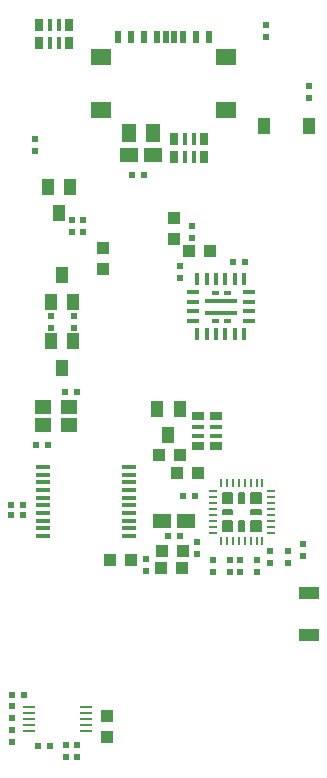
<source format=gbr>
G04 #@! TF.GenerationSoftware,KiCad,Pcbnew,6.0.0-rc1-unknown-0cca1c6~65~ubuntu16.04.1*
G04 #@! TF.CreationDate,2018-08-03T14:11:54+03:00*
G04 #@! TF.ProjectId,ESP32-PoE_Rev_B,45535033322D506F455F5265765F422E,B*
G04 #@! TF.SameCoordinates,Original*
G04 #@! TF.FileFunction,Paste,Bot*
G04 #@! TF.FilePolarity,Positive*
%FSLAX46Y46*%
G04 Gerber Fmt 4.6, Leading zero omitted, Abs format (unit mm)*
G04 Created by KiCad (PCBNEW 6.0.0-rc1-unknown-0cca1c6~65~ubuntu16.04.1) date Fri Aug  3 14:11:54 2018*
%MOMM*%
%LPD*%
G01*
G04 APERTURE LIST*
%ADD10C,0.100000*%
%ADD11C,0.200000*%
%ADD12R,0.635000X1.016000*%
%ADD13R,0.381000X1.016000*%
%ADD14R,1.000000X1.400000*%
%ADD15R,1.016000X1.016000*%
%ADD16R,0.550000X0.500000*%
%ADD17R,1.000000X0.400000*%
%ADD18R,0.400000X1.000000*%
%ADD19R,0.230000X0.780000*%
%ADD20R,0.780000X0.230000*%
%ADD21R,0.500000X0.550000*%
%ADD22R,0.980000X0.230000*%
%ADD23R,1.524000X1.270000*%
%ADD24R,1.016000X0.381000*%
%ADD25R,1.016000X0.635000*%
%ADD26R,0.500000X1.000000*%
%ADD27R,1.754000X1.454000*%
%ADD28R,1.778000X1.016000*%
%ADD29R,1.270000X0.325000*%
%ADD30R,1.400000X1.200000*%
%ADD31R,1.270000X1.524000*%
G04 APERTURE END LIST*
D10*
G04 #@! TO.C,U8*
G36*
X109216000Y-130395000D02*
X109716000Y-130395000D01*
X109716000Y-130145000D01*
X109216000Y-130145000D01*
X109216000Y-130395000D01*
G37*
X109216000Y-130395000D02*
X109716000Y-130395000D01*
X109716000Y-130145000D01*
X109216000Y-130145000D01*
X109216000Y-130395000D01*
G36*
X108216000Y-130395000D02*
X108716000Y-130395000D01*
X108716000Y-130145000D01*
X108216000Y-130145000D01*
X108216000Y-130395000D01*
G37*
X108216000Y-130395000D02*
X108716000Y-130395000D01*
X108716000Y-130145000D01*
X108216000Y-130145000D01*
X108216000Y-130395000D01*
G36*
X108216000Y-132745000D02*
X108716000Y-132745000D01*
X108716000Y-132495000D01*
X108216000Y-132495000D01*
X108216000Y-132745000D01*
G37*
X108216000Y-132745000D02*
X108716000Y-132745000D01*
X108716000Y-132495000D01*
X108216000Y-132495000D01*
X108216000Y-132745000D01*
G36*
X107666000Y-130795000D02*
X107666000Y-131095000D01*
X110266000Y-131095000D01*
X110266000Y-130795000D01*
X107666000Y-130795000D01*
G37*
X107666000Y-130795000D02*
X107666000Y-131095000D01*
X110266000Y-131095000D01*
X110266000Y-130795000D01*
X107666000Y-130795000D01*
G36*
X109216000Y-132745000D02*
X109716000Y-132745000D01*
X109716000Y-132495000D01*
X109216000Y-132495000D01*
X109216000Y-132745000D01*
G37*
X109216000Y-132745000D02*
X109716000Y-132745000D01*
X109716000Y-132495000D01*
X109216000Y-132495000D01*
X109216000Y-132745000D01*
G36*
X107666000Y-131795000D02*
X107666000Y-132095000D01*
X110266000Y-132095000D01*
X110266000Y-131795000D01*
X107666000Y-131795000D01*
G37*
X107666000Y-131795000D02*
X107666000Y-132095000D01*
X110266000Y-132095000D01*
X110266000Y-131795000D01*
X107666000Y-131795000D01*
D11*
G04 #@! TO.C,U4*
X112344000Y-149644000D02*
X112344000Y-150444000D01*
X111544000Y-149644000D02*
X112344000Y-149644000D01*
X111544000Y-150444000D02*
X111544000Y-149644000D01*
X112344000Y-150444000D02*
X111544000Y-150444000D01*
X112344000Y-150344000D02*
X111544000Y-150344000D01*
X112344000Y-150244000D02*
X111544000Y-150244000D01*
X112344000Y-150144000D02*
X111544000Y-150144000D01*
X112344000Y-150044000D02*
X111544000Y-150044000D01*
X112344000Y-149944000D02*
X111544000Y-149944000D01*
X112344000Y-149844000D02*
X111544000Y-149844000D01*
X112344000Y-149744000D02*
X111544000Y-149744000D01*
X109944000Y-149744000D02*
X109144000Y-149744000D01*
X109944000Y-149844000D02*
X109144000Y-149844000D01*
X109944000Y-149944000D02*
X109144000Y-149944000D01*
X109944000Y-150044000D02*
X109144000Y-150044000D01*
X109944000Y-150144000D02*
X109144000Y-150144000D01*
X109944000Y-150244000D02*
X109144000Y-150244000D01*
X109944000Y-150344000D02*
X109144000Y-150344000D01*
X109944000Y-150444000D02*
X109144000Y-150444000D01*
X109144000Y-150444000D02*
X109144000Y-149644000D01*
X109144000Y-149644000D02*
X109944000Y-149644000D01*
X109944000Y-149644000D02*
X109944000Y-150444000D01*
X112344000Y-147344000D02*
X111544000Y-147344000D01*
X112344000Y-147444000D02*
X111544000Y-147444000D01*
X112344000Y-147544000D02*
X111544000Y-147544000D01*
X112344000Y-147644000D02*
X111544000Y-147644000D01*
X112344000Y-147744000D02*
X111544000Y-147744000D01*
X112344000Y-147844000D02*
X111544000Y-147844000D01*
X112344000Y-147944000D02*
X111544000Y-147944000D01*
X112344000Y-148044000D02*
X111544000Y-148044000D01*
X111544000Y-148044000D02*
X111544000Y-147244000D01*
X111544000Y-147244000D02*
X112344000Y-147244000D01*
X112344000Y-147244000D02*
X112344000Y-148044000D01*
X109944000Y-147244000D02*
X109944000Y-148044000D01*
X109144000Y-147244000D02*
X109944000Y-147244000D01*
X109144000Y-148044000D02*
X109144000Y-147244000D01*
X109944000Y-148044000D02*
X109144000Y-148044000D01*
X109944000Y-147944000D02*
X109144000Y-147944000D01*
X109944000Y-147844000D02*
X109144000Y-147844000D01*
X109944000Y-147744000D02*
X109144000Y-147744000D01*
X109944000Y-147644000D02*
X109144000Y-147644000D01*
X109944000Y-147544000D02*
X109144000Y-147544000D01*
X109944000Y-147444000D02*
X109144000Y-147444000D01*
X109944000Y-147344000D02*
X109144000Y-147344000D01*
X110544000Y-150444000D02*
X110944000Y-150444000D01*
X110544000Y-149644000D02*
X110544000Y-150444000D01*
X110944000Y-149644000D02*
X110544000Y-149644000D01*
X110944000Y-150444000D02*
X110944000Y-149644000D01*
X110844000Y-150444000D02*
X110844000Y-149644000D01*
X110744000Y-150444000D02*
X110744000Y-149644000D01*
X110644000Y-150444000D02*
X110644000Y-149644000D01*
X110644000Y-148044000D02*
X110644000Y-147244000D01*
X110744000Y-148044000D02*
X110744000Y-147244000D01*
X110844000Y-148044000D02*
X110844000Y-147244000D01*
X110944000Y-148044000D02*
X110944000Y-147244000D01*
X110944000Y-147244000D02*
X110544000Y-147244000D01*
X110544000Y-147244000D02*
X110544000Y-148044000D01*
X110544000Y-148044000D02*
X110944000Y-148044000D01*
X112344000Y-148644000D02*
X112344000Y-149044000D01*
X111544000Y-148644000D02*
X112344000Y-148644000D01*
X111544000Y-149044000D02*
X111544000Y-148644000D01*
X112344000Y-149044000D02*
X111544000Y-149044000D01*
X112344000Y-148944000D02*
X111544000Y-148944000D01*
X111544000Y-148844000D02*
X112344000Y-148844000D01*
X112344000Y-148744000D02*
X111544000Y-148744000D01*
X109944000Y-148744000D02*
X109144000Y-148744000D01*
X109144000Y-148844000D02*
X109944000Y-148844000D01*
X109944000Y-148944000D02*
X109144000Y-148944000D01*
X109944000Y-149044000D02*
X109144000Y-149044000D01*
X109144000Y-149044000D02*
X109144000Y-148644000D01*
X109144000Y-148644000D02*
X109944000Y-148644000D01*
X109944000Y-148644000D02*
X109944000Y-149044000D01*
G04 #@! TD*
D12*
G04 #@! TO.C,RM3*
X105029000Y-118745000D03*
X105029000Y-117221000D03*
X107569000Y-118745000D03*
X107569000Y-117221000D03*
D13*
X105918000Y-118745000D03*
X106680000Y-118745000D03*
X105918000Y-117221000D03*
X106680000Y-117221000D03*
G04 #@! TD*
D14*
G04 #@! TO.C,T1*
X94300040Y-121320560D03*
X96202500Y-121320560D03*
X95247460Y-123530360D03*
G04 #@! TD*
D15*
G04 #@! TO.C,R38*
X108077000Y-126746000D03*
X106299000Y-126746000D03*
G04 #@! TD*
D16*
G04 #@! TO.C,R20*
X96520000Y-132207000D03*
X96520000Y-133223000D03*
G04 #@! TD*
G04 #@! TO.C,R21*
X94615000Y-133223000D03*
X94615000Y-132207000D03*
G04 #@! TD*
D17*
G04 #@! TO.C,U8*
X106616000Y-132645000D03*
X106616000Y-131845000D03*
X106616000Y-131045000D03*
X106616000Y-130245000D03*
D18*
X106966000Y-129095000D03*
X107766000Y-129095000D03*
X108566000Y-129095000D03*
X109366000Y-129095000D03*
X110166000Y-129095000D03*
X110966000Y-129095000D03*
D17*
X111316000Y-130245000D03*
X111316000Y-131045000D03*
X111316000Y-131845000D03*
X111316000Y-132645000D03*
D18*
X110966000Y-133795000D03*
X110166000Y-133795000D03*
X109366000Y-133795000D03*
X108566000Y-133795000D03*
X107766000Y-133795000D03*
X106966000Y-133795000D03*
G04 #@! TD*
D19*
G04 #@! TO.C,U4*
X108994000Y-151294000D03*
X109494000Y-151294000D03*
X109994000Y-151294000D03*
X110494000Y-151294000D03*
X110994000Y-151294000D03*
X111494000Y-151294000D03*
X111994000Y-151294000D03*
X112494000Y-151294000D03*
D20*
X113194000Y-150594000D03*
X113194000Y-150094000D03*
X113194000Y-149594000D03*
X113194000Y-149094000D03*
X113194000Y-148594000D03*
X113194000Y-148094000D03*
X113194000Y-147594000D03*
X113194000Y-147094000D03*
D19*
X112494000Y-146394000D03*
X111994000Y-146394000D03*
X111494000Y-146394000D03*
X110994000Y-146394000D03*
X110494000Y-146394000D03*
X109994000Y-146394000D03*
X109494000Y-146394000D03*
X108994000Y-146394000D03*
D20*
X108294000Y-147094000D03*
X108294000Y-147594000D03*
X108294000Y-148094000D03*
X108294000Y-148594000D03*
X108294000Y-149094000D03*
X108294000Y-149594000D03*
X108294000Y-150094000D03*
X108294000Y-150594000D03*
G04 #@! TD*
D16*
G04 #@! TO.C,R37*
X116459000Y-113792000D03*
X116459000Y-112776000D03*
G04 #@! TD*
D14*
G04 #@! TO.C,D4*
X116400000Y-116195000D03*
X112600000Y-116195000D03*
G04 #@! TD*
D21*
G04 #@! TO.C,C5*
X93345000Y-143129000D03*
X94361000Y-143129000D03*
G04 #@! TD*
D16*
G04 #@! TO.C,R16*
X91313000Y-165227000D03*
X91313000Y-166243000D03*
G04 #@! TD*
D22*
G04 #@! TO.C,U3*
X92723000Y-165370000D03*
X92723000Y-165870000D03*
X92723000Y-166370000D03*
X92723000Y-166870000D03*
X92723000Y-167370000D03*
X97523000Y-167370000D03*
X97523000Y-166870000D03*
X97523000Y-166370000D03*
X97523000Y-165870000D03*
X97523000Y-165370000D03*
G04 #@! TD*
D23*
G04 #@! TO.C,L1*
X104013000Y-149606000D03*
X106045000Y-149606000D03*
G04 #@! TD*
D14*
G04 #@! TO.C,Q2*
X96453960Y-131028440D03*
X94551500Y-131028440D03*
X95506540Y-128818640D03*
G04 #@! TD*
D13*
G04 #@! TO.C,RM2*
X95250000Y-107569000D03*
X94488000Y-107569000D03*
X95250000Y-109093000D03*
X94488000Y-109093000D03*
D12*
X96139000Y-107569000D03*
X96139000Y-109093000D03*
X93599000Y-107569000D03*
X93599000Y-109093000D03*
G04 #@! TD*
D24*
G04 #@! TO.C,RM1*
X107061000Y-141605000D03*
X107061000Y-142367000D03*
X108585000Y-141605000D03*
X108585000Y-142367000D03*
D25*
X107061000Y-140716000D03*
X108585000Y-140716000D03*
X107061000Y-143256000D03*
X108585000Y-143256000D03*
G04 #@! TD*
D15*
G04 #@! TO.C,C7*
X101346000Y-152908000D03*
X99568000Y-152908000D03*
G04 #@! TD*
G04 #@! TO.C,C9*
X103759000Y-144018000D03*
X105537000Y-144018000D03*
G04 #@! TD*
G04 #@! TO.C,C13*
X104013000Y-152146000D03*
X105791000Y-152146000D03*
G04 #@! TD*
G04 #@! TO.C,C17*
X105283000Y-145542000D03*
X107061000Y-145542000D03*
G04 #@! TD*
G04 #@! TO.C,C26*
X105029000Y-125730000D03*
X105029000Y-123952000D03*
G04 #@! TD*
D26*
G04 #@! TO.C,MICRO_SD1*
X100290000Y-108587000D03*
X101390000Y-108587000D03*
X102490000Y-108587000D03*
X103590000Y-108587000D03*
X104340000Y-108587000D03*
X105040000Y-108587000D03*
X105790000Y-108587000D03*
X106890000Y-108587000D03*
X107990000Y-108587000D03*
D27*
X109440000Y-110337000D03*
X98840000Y-110337000D03*
X109440000Y-114787000D03*
X98840000Y-114787000D03*
G04 #@! TD*
D28*
G04 #@! TO.C,C2*
X116459000Y-159258000D03*
X116459000Y-155702000D03*
G04 #@! TD*
D23*
G04 #@! TO.C,L5*
X101219000Y-118618000D03*
X103251000Y-118618000D03*
G04 #@! TD*
D14*
G04 #@! TO.C,Q3*
X94554040Y-134401560D03*
X96456500Y-134401560D03*
X95501460Y-136611360D03*
G04 #@! TD*
D15*
G04 #@! TO.C,R7*
X105664000Y-153543000D03*
X103886000Y-153543000D03*
G04 #@! TD*
D29*
G04 #@! TO.C,U1*
X93916500Y-150880000D03*
X93916500Y-150230000D03*
X93916500Y-149580000D03*
X93916500Y-148930000D03*
X93916500Y-148280000D03*
X93916500Y-147630000D03*
X93916500Y-146980000D03*
X93916500Y-146330000D03*
X93916500Y-145680000D03*
X93916500Y-145030000D03*
X101155500Y-145030000D03*
X101155500Y-145680000D03*
X101155500Y-146330000D03*
X101155500Y-146980000D03*
X101155500Y-147630000D03*
X101155500Y-148280000D03*
X101155500Y-148930000D03*
X101155500Y-149580000D03*
X101155500Y-150230000D03*
X101155500Y-150880000D03*
G04 #@! TD*
D15*
G04 #@! TO.C,C1*
X99314000Y-167894000D03*
X99314000Y-166116000D03*
G04 #@! TD*
D14*
G04 #@! TO.C,FET3*
X103571040Y-140116560D03*
X105473500Y-140116560D03*
X104518460Y-142326360D03*
G04 #@! TD*
D30*
G04 #@! TO.C,Q1*
X96096000Y-139916000D03*
X93896000Y-141516000D03*
X93896000Y-139916000D03*
X96096000Y-141516000D03*
G04 #@! TD*
D21*
G04 #@! TO.C,C4*
X95758000Y-138684000D03*
X96774000Y-138684000D03*
G04 #@! TD*
G04 #@! TO.C,R18*
X91186000Y-149098000D03*
X92202000Y-149098000D03*
G04 #@! TD*
G04 #@! TO.C,R19*
X92202000Y-148209000D03*
X91186000Y-148209000D03*
G04 #@! TD*
D16*
G04 #@! TO.C,R2*
X96393000Y-124079000D03*
X96393000Y-125095000D03*
G04 #@! TD*
G04 #@! TO.C,R5*
X96774000Y-168529000D03*
X96774000Y-169545000D03*
G04 #@! TD*
D21*
G04 #@! TO.C,R6*
X94488000Y-168656000D03*
X93472000Y-168656000D03*
G04 #@! TD*
D16*
G04 #@! TO.C,R8*
X95885000Y-168529000D03*
X95885000Y-169545000D03*
G04 #@! TD*
G04 #@! TO.C,R10*
X109728000Y-152908000D03*
X109728000Y-153924000D03*
G04 #@! TD*
G04 #@! TO.C,R11*
X108331000Y-152908000D03*
X108331000Y-153924000D03*
G04 #@! TD*
G04 #@! TO.C,R12*
X112014000Y-152908000D03*
X112014000Y-153924000D03*
G04 #@! TD*
G04 #@! TO.C,R13*
X110617000Y-152908000D03*
X110617000Y-153924000D03*
G04 #@! TD*
G04 #@! TO.C,R14*
X114681000Y-152146000D03*
X114681000Y-153162000D03*
G04 #@! TD*
G04 #@! TO.C,R15*
X115951000Y-151511000D03*
X115951000Y-152527000D03*
G04 #@! TD*
D21*
G04 #@! TO.C,R17*
X91313000Y-164338000D03*
X92329000Y-164338000D03*
G04 #@! TD*
D16*
G04 #@! TO.C,R22*
X91313000Y-167259000D03*
X91313000Y-168275000D03*
G04 #@! TD*
G04 #@! TO.C,R26*
X106934000Y-152400000D03*
X106934000Y-151384000D03*
G04 #@! TD*
G04 #@! TO.C,R33*
X105537000Y-129032000D03*
X105537000Y-128016000D03*
G04 #@! TD*
D21*
G04 #@! TO.C,R34*
X109982000Y-127635000D03*
X110998000Y-127635000D03*
G04 #@! TD*
G04 #@! TO.C,R35*
X102489000Y-120269000D03*
X101473000Y-120269000D03*
G04 #@! TD*
D16*
G04 #@! TO.C,R40*
X112776000Y-107569000D03*
X112776000Y-108585000D03*
G04 #@! TD*
G04 #@! TO.C,R46*
X93218000Y-118237000D03*
X93218000Y-117221000D03*
G04 #@! TD*
G04 #@! TO.C,C11*
X102616000Y-152781000D03*
X102616000Y-153797000D03*
G04 #@! TD*
G04 #@! TO.C,C15*
X113157000Y-152146000D03*
X113157000Y-153162000D03*
G04 #@! TD*
D21*
G04 #@! TO.C,C16*
X104521000Y-150876000D03*
X105537000Y-150876000D03*
G04 #@! TD*
G04 #@! TO.C,C18*
X105791000Y-147447000D03*
X106807000Y-147447000D03*
G04 #@! TD*
D31*
G04 #@! TO.C,C3*
X101219000Y-116713000D03*
X103251000Y-116713000D03*
G04 #@! TD*
D16*
G04 #@! TO.C,C25*
X106553000Y-125603000D03*
X106553000Y-124587000D03*
G04 #@! TD*
D15*
G04 #@! TO.C,C10*
X98958400Y-126517400D03*
X98958400Y-128295400D03*
G04 #@! TD*
D16*
G04 #@! TO.C,R3*
X97282000Y-125095000D03*
X97282000Y-124079000D03*
G04 #@! TD*
M02*

</source>
